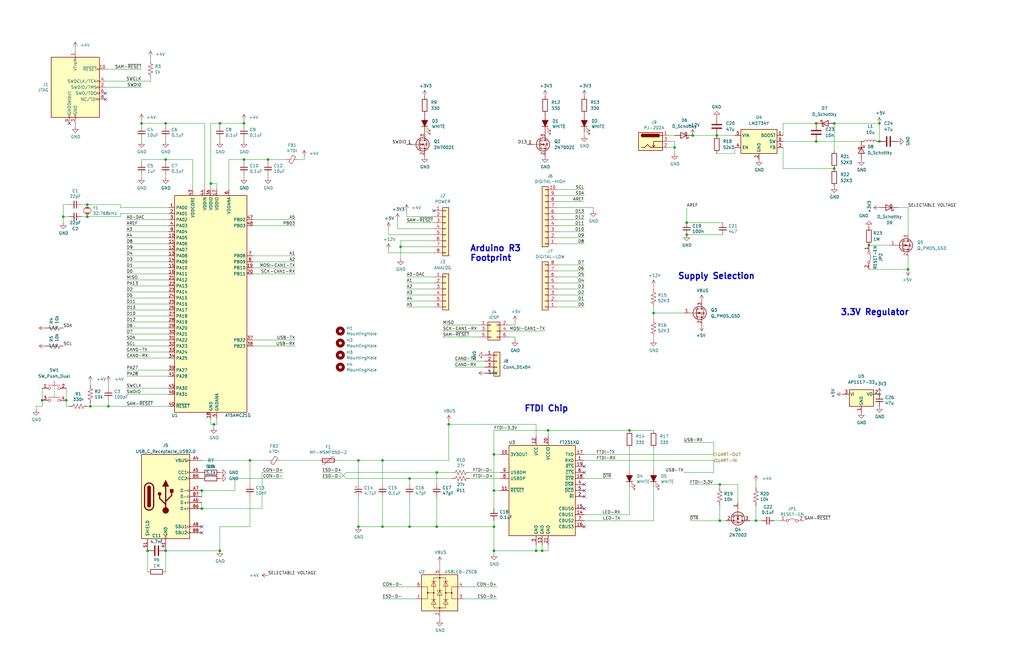
<source format=kicad_sch>
(kicad_sch (version 20211123) (generator eeschema)
  (paper "B")
  (title_block (title "Uno") (date "2021-05-01") (rev "v1.0.0") (company "FortyTwo Systems") (comment 1 "www.fortytwosystems.com"))
  (junction (at 184.15 222.25) (diameter 0.9144))
  (junction (at 366.395 103.505))
  (junction (at 92.71 52.07) (diameter 0.9144))
  (junction (at 69.85 67.31) (diameter 0.9144))
  (junction (at 370.84 52.07))
  (junction (at 292.1 57.15))
  (junction (at 184.15 199.39) (diameter 0.9144))
  (junction (at 344.17 52.07))
  (junction (at 228.6 232.41) (diameter 0.9144))
  (junction (at 265.43 181.61))
  (junction (at 208.28 222.25) (diameter 0.9144))
  (junction (at 351.79 52.07))
  (junction (at 151.13 222.25))
  (junction (at 27.94 168.91))
  (junction (at 208.28 191.77) (diameter 0.9144))
  (junction (at 231.14 181.61) (diameter 0.9144))
  (junction (at 284.48 62.23) (diameter 0.9144))
  (junction (at 168.91 104.14) (diameter 0.9144))
  (junction (at 161.29 194.31) (diameter 0.9144))
  (junction (at 85.09 214.63))
  (junction (at 351.79 71.12))
  (junction (at 69.85 232.41))
  (junction (at 102.87 52.07) (diameter 0.9144))
  (junction (at 113.03 67.31) (diameter 0.9144))
  (junction (at 344.17 59.69))
  (junction (at 289.56 99.06))
  (junction (at 318.77 219.71) (diameter 0.9144))
  (junction (at 92.71 232.41))
  (junction (at 26.67 91.44) (diameter 0.9144))
  (junction (at 38.1 171.45) (diameter 0.9144))
  (junction (at 85.09 207.01))
  (junction (at 302.26 57.15))
  (junction (at 208.28 207.01) (diameter 0.9144))
  (junction (at 370.84 166.37))
  (junction (at 161.29 222.25) (diameter 0.9144))
  (junction (at 59.69 52.07) (diameter 0.9144))
  (junction (at 172.72 222.25) (diameter 0.9144))
  (junction (at 303.53 219.71) (diameter 0.9144))
  (junction (at 36.83 86.36) (diameter 0.9144))
  (junction (at 36.83 91.44) (diameter 0.9144))
  (junction (at 105.41 194.31) (diameter 0.9144))
  (junction (at 382.905 113.665))
  (junction (at 151.13 194.31) (diameter 0.9144))
  (junction (at 172.72 201.93) (diameter 0.9144))
  (junction (at 189.23 179.07) (diameter 0.9144))
  (junction (at 303.53 204.47) (diameter 0.9144))
  (junction (at 102.87 67.31) (diameter 0.9144))
  (junction (at 62.23 232.41))
  (junction (at 17.78 168.91))
  (junction (at 370.84 59.69))
  (junction (at 88.9 77.47) (diameter 0.9144))
  (junction (at 226.06 232.41) (diameter 0.9144))
  (junction (at 90.17 179.07) (diameter 0.9144))
  (junction (at 45.72 171.45) (diameter 0.9144))
  (junction (at 289.56 93.98))
  (junction (at 69.85 52.07) (diameter 0.9144))
  (junction (at 208.28 232.41) (diameter 0.9144))
  (junction (at 275.59 132.08) (diameter 0.9144))
  (no_connect (at 246.38 196.85))
  (no_connect (at 182.88 88.9))
  (no_connect (at 246.38 209.55))
  (no_connect (at 246.38 199.39))
  (no_connect (at 246.38 207.01))
  (no_connect (at 246.38 222.25))
  (no_connect (at 44.45 39.37))
  (no_connect (at 29.21 52.07))
  (no_connect (at 44.45 41.91))
  (no_connect (at 246.38 204.47))
  (no_connect (at 246.38 214.63))
  (no_connect (at 85.09 224.79))
  (no_connect (at 85.09 222.25))
  (wire (pts (xy 163.83 99.06) (xy 163.83 96.52)))
  (wire (pts (xy 208.28 181.61) (xy 231.14 181.61)))
  (wire (pts (xy 69.85 73.66) (xy 69.85 74.93)))
  (wire (pts (xy 90.17 180.34) (xy 90.17 179.07)))
  (wire (pts (xy 246.38 191.77) (xy 300.99 191.77)))
  (wire (pts (xy 208.28 191.77) (xy 210.82 191.77)))
  (wire (pts (xy 50.8 87.63) (xy 50.8 86.36)))
  (wire (pts (xy 71.12 90.17) (xy 50.8 90.17)))
  (wire (pts (xy 284.48 62.23) (xy 284.48 64.77)))
  (wire (pts (xy 246.38 100.33) (xy 234.95 100.33)))
  (wire (pts (xy 281.94 57.15) (xy 284.48 57.15)))
  (wire (pts (xy 172.72 201.93) (xy 190.5 201.93)))
  (wire (pts (xy 231.14 181.61) (xy 265.43 181.61)))
  (wire (pts (xy 105.41 194.31) (xy 113.03 194.31)))
  (wire (pts (xy 198.12 199.39) (xy 210.82 199.39)))
  (wire (pts (xy 63.5 25.4) (xy 63.5 24.13)))
  (wire (pts (xy 161.29 194.31) (xy 189.23 194.31)))
  (wire (pts (xy 99.06 201.93) (xy 99.06 207.01)))
  (wire (pts (xy 59.69 50.8) (xy 59.69 52.07)))
  (wire (pts (xy 275.59 121.92) (xy 275.59 120.65)))
  (wire (pts (xy 38.1 162.56) (xy 38.1 161.29)))
  (wire (pts (xy 91.44 80.01) (xy 91.44 77.47)))
  (wire (pts (xy 246.38 201.93) (xy 257.81 201.93)))
  (wire (pts (xy 161.29 222.25) (xy 172.72 222.25)))
  (wire (pts (xy 172.72 222.25) (xy 184.15 222.25)))
  (wire (pts (xy 92.71 52.07) (xy 92.71 53.34)))
  (wire (pts (xy 106.68 107.95) (xy 124.46 107.95)))
  (wire (pts (xy 53.34 115.57) (xy 71.12 115.57)))
  (wire (pts (xy 92.71 222.25) (xy 92.71 232.41)))
  (wire (pts (xy 370.84 59.69) (xy 370.84 52.07)))
  (wire (pts (xy 302.26 64.77) (xy 309.88 64.77)))
  (wire (pts (xy 182.88 106.68) (xy 163.83 106.68)))
  (wire (pts (xy 113.03 67.31) (xy 120.65 67.31)))
  (wire (pts (xy 53.34 118.11) (xy 71.12 118.11)))
  (wire (pts (xy 351.79 52.07) (xy 370.84 52.07)))
  (wire (pts (xy 246.38 219.71) (xy 275.59 219.71)))
  (wire (pts (xy 330.2 71.12) (xy 351.79 71.12)))
  (wire (pts (xy 289.56 87.63) (xy 289.56 93.98)))
  (wire (pts (xy 143.51 201.93) (xy 146.05 199.39)))
  (wire (pts (xy 59.69 58.42) (xy 59.69 59.69)))
  (wire (pts (xy 71.12 128.27) (xy 53.34 128.27)))
  (wire (pts (xy 309.88 64.77) (xy 309.88 62.23)))
  (wire (pts (xy 17.78 171.45) (xy 15.24 171.45)))
  (wire (pts (xy 281.94 59.69) (xy 284.48 59.69)))
  (wire (pts (xy 91.44 77.47) (xy 88.9 77.47)))
  (wire (pts (xy 71.12 92.71) (xy 53.34 92.71)))
  (wire (pts (xy 214.63 137.16) (xy 217.17 137.16)))
  (wire (pts (xy 208.28 232.41) (xy 226.06 232.41)))
  (wire (pts (xy 182.88 116.84) (xy 171.45 116.84)))
  (wire (pts (xy 69.85 67.31) (xy 81.28 67.31)))
  (wire (pts (xy 311.15 212.09) (xy 311.15 204.47)))
  (wire (pts (xy 246.38 92.71) (xy 234.95 92.71)))
  (wire (pts (xy 186.69 139.7) (xy 201.93 139.7)))
  (wire (pts (xy 102.87 73.66) (xy 102.87 74.93)))
  (wire (pts (xy 246.38 121.92) (xy 234.95 121.92)))
  (wire (pts (xy 246.38 127) (xy 234.95 127)))
  (wire (pts (xy 36.83 171.45) (xy 38.1 171.45)))
  (wire (pts (xy 53.34 138.43) (xy 71.12 138.43)))
  (wire (pts (xy 44.45 29.21) (xy 59.69 29.21)))
  (wire (pts (xy 36.83 91.44) (xy 34.29 91.44)))
  (wire (pts (xy 208.28 232.41) (xy 208.28 222.25)))
  (wire (pts (xy 265.43 205.74) (xy 265.43 217.17)))
  (wire (pts (xy 246.38 119.38) (xy 234.95 119.38)))
  (wire (pts (xy 59.69 73.66) (xy 59.69 74.93)))
  (wire (pts (xy 53.34 143.51) (xy 71.12 143.51)))
  (wire (pts (xy 118.11 194.31) (xy 134.62 194.31)))
  (wire (pts (xy 53.34 125.73) (xy 71.12 125.73)))
  (wire (pts (xy 163.83 106.68) (xy 163.83 105.41)))
  (wire (pts (xy 62.23 232.41) (xy 62.23 241.3)))
  (wire (pts (xy 184.15 222.25) (xy 208.28 222.25)))
  (wire (pts (xy 38.1 170.18) (xy 38.1 171.45)))
  (wire (pts (xy 168.91 104.14) (xy 168.91 109.22)))
  (wire (pts (xy 45.72 163.83) (xy 45.72 161.29)))
  (wire (pts (xy 44.45 36.83) (xy 59.69 36.83)))
  (wire (pts (xy 246.38 97.79) (xy 234.95 97.79)))
  (wire (pts (xy 71.12 130.81) (xy 53.34 130.81)))
  (wire (pts (xy 208.28 233.68) (xy 208.28 232.41)))
  (wire (pts (xy 71.12 166.37) (xy 53.34 166.37)))
  (wire (pts (xy 198.12 201.93) (xy 210.82 201.93)))
  (wire (pts (xy 246.38 82.55) (xy 234.95 82.55)))
  (wire (pts (xy 59.69 68.58) (xy 59.69 67.31)))
  (wire (pts (xy 330.2 62.23) (xy 330.2 71.12)))
  (wire (pts (xy 208.28 219.71) (xy 208.28 222.25)))
  (wire (pts (xy 69.85 58.42) (xy 69.85 59.69)))
  (wire (pts (xy 228.6 232.41) (xy 228.6 229.87)))
  (wire (pts (xy 53.34 107.95) (xy 71.12 107.95)))
  (wire (pts (xy 31.75 52.07) (xy 31.75 53.34)))
  (wire (pts (xy 106.68 115.57) (xy 124.46 115.57)))
  (wire (pts (xy 27.94 168.91) (xy 27.94 171.45)))
  (wire (pts (xy 171.45 88.9) (xy 171.45 91.44)))
  (wire (pts (xy 124.46 110.49) (xy 106.68 110.49)))
  (wire (pts (xy 92.71 232.41) (xy 69.85 232.41)))
  (wire (pts (xy 204.47 154.94) (xy 191.77 154.94)))
  (wire (pts (xy 85.09 194.31) (xy 105.41 194.31)))
  (wire (pts (xy 91.44 176.53) (xy 91.44 179.07)))
  (wire (pts (xy 27.94 171.45) (xy 29.21 171.45)))
  (wire (pts (xy 186.69 142.24) (xy 201.93 142.24)))
  (wire (pts (xy 146.05 201.93) (xy 172.72 201.93)))
  (wire (pts (xy 214.63 142.24) (xy 217.17 142.24)))
  (wire (pts (xy 110.49 199.39) (xy 119.38 199.39)))
  (wire (pts (xy 311.15 204.47) (xy 303.53 204.47)))
  (wire (pts (xy 246.38 194.31) (xy 300.99 194.31)))
  (wire (pts (xy 88.9 52.07) (xy 88.9 77.47)))
  (wire (pts (xy 53.34 156.21) (xy 71.12 156.21)))
  (wire (pts (xy 53.34 105.41) (xy 71.12 105.41)))
  (wire (pts (xy 119.38 201.93) (xy 99.06 201.93)))
  (wire (pts (xy 71.12 146.05) (xy 53.34 146.05)))
  (wire (pts (xy 182.88 93.98) (xy 171.45 93.98)))
  (wire (pts (xy 182.88 119.38) (xy 171.45 119.38)))
  (wire (pts (xy 182.88 121.92) (xy 171.45 121.92)))
  (wire (pts (xy 161.29 209.55) (xy 161.29 222.25)))
  (wire (pts (xy 231.14 232.41) (xy 231.14 229.87)))
  (wire (pts (xy 182.88 129.54) (xy 171.45 129.54)))
  (wire (pts (xy 53.34 100.33) (xy 71.12 100.33)))
  (wire (pts (xy 214.63 139.7) (xy 229.87 139.7)))
  (wire (pts (xy 31.75 21.59) (xy 31.75 20.32)))
  (wire (pts (xy 300.99 191.77) (xy 300.99 186.69)))
  (wire (pts (xy 246.38 80.01) (xy 234.95 80.01)))
  (wire (pts (xy 53.34 135.89) (xy 71.12 135.89)))
  (wire (pts (xy 234.95 85.09) (xy 246.38 85.09)))
  (wire (pts (xy 99.06 207.01) (xy 85.09 207.01)))
  (wire (pts (xy 53.34 102.87) (xy 71.12 102.87)))
  (wire (pts (xy 151.13 204.47) (xy 151.13 194.31)))
  (wire (pts (xy 53.34 151.13) (xy 71.12 151.13)))
  (wire (pts (xy 185.42 240.03) (xy 185.42 237.49)))
  (wire (pts (xy 50.8 90.17) (xy 50.8 91.44)))
  (wire (pts (xy 102.87 52.07) (xy 102.87 53.34)))
  (wire (pts (xy 53.34 140.97) (xy 71.12 140.97)))
  (wire (pts (xy 226.06 179.07) (xy 226.06 184.15)))
  (wire (pts (xy 63.5 34.29) (xy 63.5 33.02)))
  (wire (pts (xy 88.9 179.07) (xy 90.17 179.07)))
  (wire (pts (xy 366.395 103.505) (xy 375.285 103.505)))
  (wire (pts (xy 143.51 199.39) (xy 146.05 201.93)))
  (wire (pts (xy 246.38 57.15) (xy 246.38 55.88)))
  (wire (pts (xy 195.58 247.65) (xy 209.55 247.65)))
  (wire (pts (xy 161.29 252.73) (xy 175.26 252.73)))
  (wire (pts (xy 226.06 232.41) (xy 226.06 229.87)))
  (wire (pts (xy 208.28 207.01) (xy 208.28 191.77)))
  (wire (pts (xy 88.9 52.07) (xy 92.71 52.07)))
  (wire (pts (xy 53.34 158.75) (xy 71.12 158.75)))
  (wire (pts (xy 171.45 91.44) (xy 182.88 91.44)))
  (wire (pts (xy 69.85 52.07) (xy 86.36 52.07)))
  (wire (pts (xy 318.77 205.74) (xy 318.77 203.2)))
  (wire (pts (xy 189.23 177.8) (xy 189.23 179.07)))
  (wire (pts (xy 246.38 90.17) (xy 234.95 90.17)))
  (wire (pts (xy 275.59 132.08) (xy 275.59 129.54)))
  (wire (pts (xy 208.28 214.63) (xy 208.28 207.01)))
  (wire (pts (xy 85.09 214.63) (xy 110.49 214.63)))
  (wire (pts (xy 92.71 222.25) (xy 105.41 222.25)))
  (wire (pts (xy 330.2 59.69) (xy 344.17 59.69)))
  (wire (pts (xy 143.51 201.93) (xy 135.89 201.93)))
  (wire (pts (xy 45.72 168.91) (xy 45.72 171.45)))
  (wire (pts (xy 59.69 53.34) (xy 59.69 52.07)))
  (wire (pts (xy 167.64 92.71) (xy 167.64 96.52)))
  (wire (pts (xy 326.39 219.71) (xy 328.93 219.71)))
  (wire (pts (xy 330.2 52.07) (xy 330.2 57.15)))
  (wire (pts (xy 86.36 80.01) (xy 86.36 52.07)))
  (wire (pts (xy 110.49 214.63) (xy 110.49 199.39)))
  (wire (pts (xy 189.23 179.07) (xy 189.23 194.31)))
  (wire (pts (xy 85.09 207.01) (xy 85.09 209.55)))
  (wire (pts (xy 185.42 260.35) (xy 185.42 261.62)))
  (wire (pts (xy 38.1 171.45) (xy 45.72 171.45)))
  (wire (pts (xy 69.85 68.58) (xy 69.85 67.31)))
  (wire (pts (xy 288.29 132.08) (xy 275.59 132.08)))
  (wire (pts (xy 92.71 52.07) (xy 102.87 52.07)))
  (wire (pts (xy 300.99 199.39) (xy 288.29 199.39)))
  (wire (pts (xy 161.29 204.47) (xy 161.29 194.31)))
  (wire (pts (xy 382.905 113.665) (xy 366.395 113.665)))
  (wire (pts (xy 318.77 219.71) (xy 321.31 219.71)))
  (wire (pts (xy 59.69 52.07) (xy 69.85 52.07)))
  (wire (pts (xy 26.67 91.44) (xy 26.67 93.98)))
  (wire (pts (xy 234.95 87.63) (xy 250.19 87.63)))
  (wire (pts (xy 265.43 181.61) (xy 275.59 181.61)))
  (wire (pts (xy 53.34 97.79) (xy 71.12 97.79)))
  (wire (pts (xy 167.64 96.52) (xy 182.88 96.52)))
  (wire (pts (xy 382.905 98.425) (xy 382.905 87.63)))
  (wire (pts (xy 102.87 52.07) (xy 102.87 50.8)))
  (wire (pts (xy 96.52 80.01) (xy 96.52 67.31)))
  (wire (pts (xy 36.83 86.36) (xy 34.29 86.36)))
  (wire (pts (xy 217.17 142.24) (xy 217.17 143.51)))
  (wire (pts (xy 231.14 181.61) (xy 231.14 184.15)))
  (wire (pts (xy 303.53 205.74) (xy 303.53 204.47)))
  (wire (pts (xy 151.13 222.25) (xy 161.29 222.25)))
  (wire (pts (xy 53.34 133.35) (xy 71.12 133.35)))
  (wire (pts (xy 246.38 111.76) (xy 234.95 111.76)))
  (wire (pts (xy 45.72 171.45) (xy 71.12 171.45)))
  (wire (pts (xy 146.05 199.39) (xy 184.15 199.39)))
  (wire (pts (xy 275.59 189.23) (xy 275.59 198.12)))
  (wire (pts (xy 36.83 86.36) (xy 50.8 86.36)))
  (wire (pts (xy 161.29 247.65) (xy 175.26 247.65)))
  (wire (pts (xy 168.91 101.6) (xy 168.91 104.14)))
  (wire (pts (xy 289.56 93.98) (xy 304.8 93.98)))
  (wire (pts (xy 105.41 209.55) (xy 105.41 222.25)))
  (wire (pts (xy 184.15 204.47) (xy 184.15 199.39)))
  (wire (pts (xy 182.88 127) (xy 171.45 127)))
  (wire (pts (xy 250.19 87.63) (xy 250.19 88.9)))
  (wire (pts (xy 186.69 137.16) (xy 201.93 137.16)))
  (wire (pts (xy 204.47 152.4) (xy 191.77 152.4)))
  (wire (pts (xy 102.87 67.31) (xy 113.03 67.31)))
  (wire (pts (xy 26.67 91.44) (xy 29.21 91.44)))
  (wire (pts (xy 88.9 77.47) (xy 88.9 80.01)))
  (wire (pts (xy 246.38 129.54) (xy 234.95 129.54)))
  (wire (pts (xy 92.71 58.42) (xy 92.71 59.69)))
  (wire (pts (xy 172.72 209.55) (xy 172.72 222.25)))
  (wire (pts (xy 246.38 124.46) (xy 234.95 124.46)))
  (wire (pts (xy 142.24 194.31) (xy 151.13 194.31)))
  (wire (pts (xy 226.06 232.41) (xy 228.6 232.41)))
  (wire (pts (xy 246.38 102.87) (xy 234.95 102.87)))
  (wire (pts (xy 96.52 67.31) (xy 102.87 67.31)))
  (wire (pts (xy 184.15 209.55) (xy 184.15 222.25)))
  (wire (pts (xy 29.21 86.36) (xy 26.67 86.36)))
  (wire (pts (xy 382.905 113.665) (xy 382.905 108.585)))
  (wire (pts (xy 208.28 181.61) (xy 208.28 191.77)))
  (wire (pts (xy 172.72 204.47) (xy 172.72 201.93)))
  (wire (pts (xy 124.46 113.03) (xy 106.68 113.03)))
  (wire (pts (xy 284.48 59.69) (xy 284.48 62.23)))
  (wire (pts (xy 316.23 219.71) (xy 318.77 219.71)))
  (wire (pts (xy 288.29 186.69) (xy 300.99 186.69)))
  (wire (pts (xy 26.67 86.36) (xy 26.67 91.44)))
  (wire (pts (xy 27.94 163.83) (xy 27.94 168.91)))
  (wire (pts (xy 90.17 179.07) (xy 91.44 179.07)))
  (wire (pts (xy 182.88 124.46) (xy 171.45 124.46)))
  (wire (pts (xy 105.41 194.31) (xy 105.41 204.47)))
  (wire (pts (xy 71.12 95.25) (xy 53.34 95.25)))
  (wire (pts (xy 102.87 68.58) (xy 102.87 67.31)))
  (wire (pts (xy 246.38 95.25) (xy 234.95 95.25)))
  (wire (pts (xy 217.17 137.16) (xy 217.17 135.89)))
  (wire (pts (xy 265.43 189.23) (xy 265.43 198.12)))
  (wire (pts (xy 281.94 62.23) (xy 284.48 62.23)))
  (wire (pts (xy 17.78 163.83) (xy 17.78 168.91)))
  (wire (pts (xy 124.46 92.71) (xy 106.68 92.71)))
  (wire (pts (xy 351.79 52.07) (xy 351.79 63.5)))
  (wire (pts (xy 15.24 171.45) (xy 15.24 172.72)))
  (wire (pts (xy 163.83 99.06) (xy 182.88 99.06)))
  (wire (pts (xy 113.03 74.93) (xy 113.03 73.66)))
  (wire (pts (xy 71.12 163.83) (xy 53.34 163.83)))
  (wire (pts (xy 195.58 252.73) (xy 209.55 252.73)))
  (wire (pts (xy 125.73 67.31) (xy 128.27 67.31)))
  (wire (pts (xy 231.14 232.41) (xy 228.6 232.41)))
  (wire (pts (xy 143.51 199.39) (xy 135.89 199.39)))
  (wire (pts (xy 44.45 34.29) (xy 63.5 34.29)))
  (wire (pts (xy 124.46 95.25) (xy 106.68 95.25)))
  (wire (pts (xy 189.23 179.07) (xy 226.06 179.07)))
  (wire (pts (xy 151.13 209.55) (xy 151.13 222.25)))
  (wire (pts (xy 344.17 59.69) (xy 363.22 59.69)))
  (wire (pts (xy 85.09 212.09) (xy 85.09 214.63)))
  (wire (pts (xy 182.88 101.6) (xy 168.91 101.6)))
  (wire (pts (xy 128.27 67.31) (xy 128.27 66.04)))
  (wire (pts (xy 81.28 80.01) (xy 81.28 67.31)))
  (wire (pts (xy 275.59 132.08) (xy 275.59 134.62)))
  (wire (pts (xy 300.99 194.31) (xy 300.99 199.39)))
  (wire (pts (xy 292.1 57.15) (xy 302.26 57.15)))
  (wire (pts (xy 303.53 213.36) (xy 303.53 219.71)))
  (wire (pts (xy 303.53 219.71) (xy 306.07 219.71)))
  (wire (pts (xy 71.12 87.63) (xy 50.8 87.63)))
  (wire (pts (xy 303.53 204.47) (xy 290.83 204.47)))
  (wire (pts (xy 71.12 148.59) (xy 53.34 148.59)))
  (wire (pts (xy 382.905 87.63) (xy 378.587 87.63)))
  (wire (pts (xy 106.68 146.05) (xy 124.46 146.05)))
  (wire (pts (xy 53.34 123.19) (xy 71.12 123.19)))
  (wire (pts (xy 88.9 176.53) (xy 88.9 179.07)))
  (wire (pts (xy 246.38 114.3) (xy 234.95 114.3)))
  (wire (pts (xy 71.12 110.49) (xy 53.34 110.49)))
  (wire (pts (xy 36.83 91.44) (xy 50.8 91.44)))
  (wire (pts (xy 318.77 219.71) (xy 318.77 213.36)))
  (wire (pts (xy 59.69 67.31) (xy 69.85 67.31)))
  (wire (pts (xy 69.85 53.34) (xy 69.85 52.07)))
  (wire (pts (xy 290.83 219.71) (xy 303.53 219.71)))
  (wire (pts (xy 182.88 104.14) (xy 168.91 104.14)))
  (wire (pts (xy 113.03 68.58) (xy 113.03 67.31)))
  (wire (pts (xy 69.85 232.41) (xy 69.85 241.3)))
  (wire (pts (xy 289.56 99.06) (xy 304.8 99.06)))
  (wire (pts (xy 17.78 168.91) (xy 17.78 171.45)))
  (wire (pts (xy 344.17 52.07) (xy 330.2 52.07)))
  (wire (pts (xy 302.26 57.15) (xy 309.88 57.15)))
  (wire (pts (xy 210.82 207.01) (xy 208.28 207.01)))
  (wire (pts (xy 246.38 217.17) (xy 265.43 217.17)))
  (wire (pts (xy 106.68 143.51) (xy 124.46 143.51)))
  (wire (pts (xy 71.12 113.03) (xy 53.34 113.03)))
  (wire (pts (xy 102.87 58.42) (xy 102.87 59.69)))
  (wire (pts (xy 246.38 116.84) (xy 234.95 116.84)))
  (wire (pts (xy 275.59 142.24) (xy 275.59 143.51)))
  (wire (pts (xy 151.13 194.31) (xy 161.29 194.31)))
  (wire (pts (xy 275.59 205.74) (xy 275.59 219.71)))
  (wire (pts (xy 71.12 120.65) (xy 53.34 120.65)))
  (wire (pts (xy 184.15 199.39) (xy 190.5 199.39)))
  (text "FTDI Chip" (at 220.98 173.99 0) (effects (font (size 2.54 2.54) (thickness 0.508) bold) (justify left bottom)))
  (text "Arduino R3 \nFootprint" (at 198.12 110.49 0) (effects (font (size 2.54 2.54) (thickness 0.508) bold) (justify left bottom)))
  (text "Supply Selection" (at 285.75 118.11 0) (effects (font (size 2.54 2.54) (thickness 0.508) bold) (justify left bottom)))
  (text "3.3V Regulator" (at 354.33 133.35 0) (effects (font (size 2.54 2.54) (thickness 0.508) bold) (justify left bottom)))
  (label "FTDI-D-" (at 199.39 199.39 0))
  (label "D0" (at 53.34 115.57 0))
  (label "FTDI-D+" (at 199.39 201.93 0))
  (label "A1" (at 171.45 119.38 0))
  (label "SELECTABLE VOLTAGE" (at 113.03 242.824 0))
  (label "D6" (at 246.38 114.3 180))
  (label "CAN0-RX" (at 53.34 151.13 0))
  (label "MISO" (at 53.34 118.11 0))
  (label "SDA" (at 246.38 82.55 180))
  (label "A0-DAC" (at 53.34 92.71 0))
  (label "FTDI-TX" (at 251.46 191.77 0))
  (label "D5" (at 53.34 125.73 0))
  (label "A0-DAC" (at 171.45 116.84 0))
  (label "FTDI-3.3V" (at 208.28 181.61 0))
  (label "D6" (at 53.34 138.43 0))
  (label "D4" (at 246.38 119.38 180))
  (label "USB-RX" (at 288.29 186.69 0))
  (label "A4" (at 171.45 127 0))
  (label "D10" (at 53.34 133.35 0))
  (label "MOSI-CAN1-TX" (at 229.87 139.7 180))
  (label "SAM-~{RESET}" (at 186.69 142.24 0))
  (label "D9" (at 53.34 105.41 0))
  (label "MISO" (at 186.69 137.16 0))
  (label "SAM-~{RESET}" (at 171.45 93.98 0))
  (label "SDA" (at 26.67 138.43 0))
  (label "CON-D-" (at 161.29 247.65 0))
  (label "USB-TX" (at 124.46 143.51 180))
  (label "AREF" (at 246.38 85.09 180))
  (label "D7" (at 53.34 140.97 0))
  (label "D1" (at 246.38 127 180))
  (label "PA27" (at 53.34 156.21 0))
  (label "~{DTR}" (at 257.81 201.93 180))
  (label "SWCLK" (at 53.34 163.83 0))
  (label "SCL" (at 53.34 146.05 0))
  (label "A3" (at 171.45 124.46 0))
  (label "D13" (at 222.25 60.96 180))
  (label "ESD-D+" (at 135.89 199.39 0))
  (label "AREF" (at 53.34 95.25 0))
  (label "D1" (at 53.34 113.03 0))
  (label "D7" (at 246.38 111.76 180))
  (label "PA13" (at 53.34 120.65 0))
  (label "A2" (at 171.45 121.92 0))
  (label "LED-RX" (at 261.62 217.17 180))
  (label "D3" (at 53.34 110.49 0))
  (label "USB-TX" (at 288.29 199.39 180))
  (label "D5" (at 246.38 116.84 180))
  (label "SCK-CAN1-RX" (at 186.69 139.7 0))
  (label "SAM-~{RESET}" (at 53.34 171.45 0))
  (label "AREF" (at 289.56 87.63 0))
  (label "D8" (at 53.34 102.87 0))
  (label "SWCLK" (at 59.69 34.29 180))
  (label "SWDIO" (at 53.34 166.37 0))
  (label "D2" (at 246.38 124.46 180))
  (label "CON-D+" (at 119.38 199.39 180))
  (label "ESD-D+" (at 209.55 252.73 180))
  (label "USB-RX" (at 124.46 146.05 180))
  (label "D2" (at 53.34 123.19 0))
  (label "LED-TX" (at 261.62 219.71 180))
  (label "D8" (at 246.38 102.87 180))
  (label "D11" (at 246.38 95.25 180))
  (label "A5" (at 124.46 92.71 180))
  (label "~{DTR}" (at 290.83 219.71 0))
  (label "ESD-D-" (at 161.29 252.73 0))
  (label "PB03" (at 124.46 95.25 180))
  (label "SDA" (at 53.34 143.51 0))
  (label "SAM-~{RESET}" (at 339.09 219.71 0))
  (label "A3" (at 53.34 97.79 0))
  (label "SCL" (at 26.67 146.05 0))
  (label "A4" (at 53.34 100.33 0))
  (label "A2" (at 124.46 110.49 180))
  (label "D10" (at 246.38 97.79 180))
  (label "D13" (at 246.38 90.17 180))
  (label "FTDI-3.3V" (at 290.83 204.47 0))
  (label "D9" (at 246.38 100.33 180))
  (label "PA28" (at 53.34 158.75 0))
  (label "CON-D-" (at 119.38 201.93 180))
  (label "A5" (at 171.45 129.54 0))
  (label "SELECTABLE VOLTAGE" (at 382.905 87.63 0))
  (label "SCL" (at 246.38 80.01 180))
  (label "SWDIO" (at 171.45 60.96 180))
  (label "MOSI-CAN1-TX" (at 124.46 113.03 180))
  (label "CAN0-TX" (at 53.34 148.59 0))
  (label "A1" (at 124.46 107.95 180))
  (label "ESD-D-" (at 135.89 201.93 0))
  (label "D3" (at 246.38 121.92 180))
  (label "SAM-~{RESET}" (at 59.69 29.21 180))
  (label "D11" (at 53.34 128.27 0))
  (label "D13" (at 53.34 130.81 0))
  (label "FTDI-RX" (at 251.46 194.31 0))
  (label "SCK-CAN1-RX" (at 124.46 115.57 180))
  (label "CON-D+" (at 209.55 247.65 180))
  (label "D12" (at 246.38 92.71 180))
  (label "CAN0-RX" (at 191.77 154.94 0))
  (label "D12" (at 53.34 135.89 0))
  (label "SWDIO" (at 59.69 36.83 180))
  (label "D0" (at 246.38 129.54 180))
  (label "D4" (at 53.34 107.95 0))
  (label "CAN0-TX" (at 191.77 152.4 0))
  (hierarchical_label "UART-IN" (shape input) (at 300.99 194.31 0))
  (hierarchical_label "UART-OUT" (shape output) (at 300.99 191.77 0))
  (symbol (lib_id "Connector_Generic:Conn_01x08") (at 229.87 121.92 180) (unit 1)
    (property "Reference" "J7" (at 231.9528 106.045 0))
    (property "Value" "DIGITAL-LOW" (at 231.9528 108.3564 0))
    (property "Footprint" "Connector_PinSocket_2.54mm:PinSocket_1x08_P2.54mm_Vertical" (effects hide))
  )
  (symbol (lib_id "Connector_Generic:Conn_01x10") (at 229.87 92.71 180) (unit 1)
    (property "Reference" "J6" (at 231.9528 74.295 0))
    (property "Value" "DIGITAL-HIGH" (at 231.9528 76.6064 0))
    (property "Footprint" "Connector_PinSocket_2.54mm:PinSocket_1x10_P2.54mm_Vertical" (effects hide))
  )
  (symbol (lib_id "Connector_Generic:Conn_01x06") (at 187.96 121.92 0) (unit 1)
    (property "Reference" "J3" (at 186.69 110.49 0))
    (property "Value" "ANALOG" (at 186.69 113.03 0))
    (property "Footprint" "Connector_PinSocket_2.54mm:PinSocket_1x06_P2.54mm_Vertical" (effects hide))
  )
  (symbol (lib_id "Connector_Generic:Conn_01x08") (at 187.96 96.52 0) (unit 1)
    (property "Reference" "J2" (at 186.69 82.55 0))
    (property "Value" "POWER" (at 186.69 85.09 0))
    (property "Footprint" "Connector_PinSocket_2.54mm:PinSocket_1x08_P2.54mm_Vertical" (effects hide))
  )
  (symbol (lib_id "Connector_Generic:Conn_02x03_Odd_Even") (at 207.01 139.7 0) (unit 1)
    (property "Reference" "J4" (at 208.28 131.6482 0))
    (property "Value" "ICSP" (at 208.28 133.9596 0))
    (property "Footprint" "Connector_PinHeader_2.54mm:PinHeader_2x03_P2.54mm_Vertical" (effects hide))
  )
  (symbol (lib_id "power:GND") (at 90.17 180.34 0) (unit 1)
    (property "Reference" "#PWR013" (effects hide))
    (property "Value" "GND" (at 90.297 184.7342 0))
  )
  (symbol (lib_id "power:+5V") (at 217.17 135.89 0) (unit 1)
    (property "Reference" "#PWR026" (effects hide))
    (property "Value" "+5V" (at 217.551 131.4958 0))
  )
  (symbol (lib_id "power:GND") (at 217.17 143.51 0) (unit 1)
    (property "Reference" "#PWR027" (effects hide))
    (property "Value" "GND" (at 217.297 147.9042 0))
  )
  (symbol (lib_id "power:+5V") (at 163.83 96.52 0) (unit 1)
    (property "Reference" "#PWR021" (effects hide))
    (property "Value" "+5V" (at 164.211 92.1258 0))
  )
  (symbol (lib_id "power:+3.3V") (at 167.64 92.71 0) (unit 1)
    (property "Reference" "#PWR023" (effects hide))
    (property "Value" "+3.3V" (at 168.021 88.3158 0))
  )
  (symbol (lib_id "power:GND") (at 250.19 88.9 0) (unit 1)
    (property "Reference" "#PWR031" (effects hide))
    (property "Value" "GND" (at 250.317 93.2942 0))
  )
  (symbol (lib_id "Device:Crystal_Small") (at 36.83 88.9 270) (unit 1)
    (property "Reference" "Y1" (at 39.0652 87.7316 90) (effects (justify left)))
    (property "Value" "32.768kHz" (at 39.0652 90.043 90) (effects (justify left)))
    (property "Footprint" "Crystal:Crystal_SMD_MicroCrystal_CC7V-T1A-2Pin_3.2x1.5mm" (effects hide))
  )
  (symbol (lib_id "Device:C_Small") (at 31.75 86.36 270) (unit 1)
    (property "Reference" "C1" (at 31.75 80.5434 90))
    (property "Value" "22pF" (at 31.75 82.8548 90))
    (property "Footprint" "Capacitor_SMD:C_0603_1608Metric" (effects hide))
  )
  (symbol (lib_id "Device:C_Small") (at 31.75 91.44 270) (unit 1)
    (property "Reference" "C2" (at 31.75 96.52 90))
    (property "Value" "22pF" (at 31.75 93.98 90))
    (property "Footprint" "Capacitor_SMD:C_0603_1608Metric" (effects hide))
  )
  (symbol (lib_id "power:GND") (at 26.67 93.98 0) (unit 1)
    (property "Reference" "#PWR02" (effects hide))
    (property "Value" "GND" (at 26.797 98.3742 0))
  )
  (symbol (lib_id "Device:C_Small") (at 69.85 71.12 0) (unit 1)
    (property "Reference" "C7" (at 72.1868 69.9516 0) (effects (justify left)))
    (property "Value" "0.1uF" (at 72.1868 72.263 0) (effects (justify left)))
    (property "Footprint" "Capacitor_SMD:C_0603_1608Metric" (effects hide))
  )
  (symbol (lib_id "Device:C_Small") (at 59.69 71.12 0) (unit 1)
    (property "Reference" "C5" (at 62.0268 69.9516 0) (effects (justify left)))
    (property "Value" "1uF" (at 62.0268 72.263 0) (effects (justify left)))
    (property "Footprint" "Capacitor_SMD:C_0805_2012Metric" (effects hide))
  )
  (symbol (lib_id "power:GND") (at 69.85 74.93 0) (unit 1)
    (property "Reference" "#PWR012" (effects hide))
    (property "Value" "GND" (at 69.977 79.3242 0))
  )
  (symbol (lib_id "power:GND") (at 59.69 74.93 0) (unit 1)
    (property "Reference" "#PWR09" (effects hide))
    (property "Value" "GND" (at 59.817 79.3242 0))
  )
  (symbol (lib_id "Device:C_Small") (at 69.85 55.88 0) (unit 1)
    (property "Reference" "C6" (at 72.1868 54.7116 0) (effects (justify left)))
    (property "Value" "0.1uF" (at 72.1868 57.023 0) (effects (justify left)))
    (property "Footprint" "Capacitor_SMD:C_0603_1608Metric" (effects hide))
  )
  (symbol (lib_id "Device:C_Small") (at 59.69 55.88 0) (unit 1)
    (property "Reference" "C4" (at 62.0268 54.7116 0) (effects (justify left)))
    (property "Value" "10uF" (at 62.0268 57.023 0) (effects (justify left)))
    (property "Footprint" "Capacitor_SMD:C_0805_2012Metric" (effects hide))
  )
  (symbol (lib_id "power:GND") (at 69.85 59.69 0) (unit 1)
    (property "Reference" "#PWR011" (effects hide))
    (property "Value" "GND" (at 69.977 64.0842 0))
  )
  (symbol (lib_id "power:GND") (at 59.69 59.69 0) (unit 1)
    (property "Reference" "#PWR08" (effects hide))
    (property "Value" "GND" (at 59.817 64.0842 0))
  )
  (symbol (lib_id "Device:C_Small") (at 92.71 55.88 0) (unit 1)
    (property "Reference" "C8" (at 95.0468 54.7116 0) (effects (justify left)))
    (property "Value" "0.1uF" (at 95.0468 57.023 0) (effects (justify left)))
    (property "Footprint" "Capacitor_SMD:C_0603_1608Metric" (effects hide))
  )
  (symbol (lib_id "Device:C_Small") (at 102.87 55.88 0) (unit 1)
    (property "Reference" "C9" (at 105.2068 54.7116 0) (effects (justify left)))
    (property "Value" "0.1uF" (at 105.2068 57.023 0) (effects (justify left)))
    (property "Footprint" "Capacitor_SMD:C_0603_1608Metric" (effects hide))
  )
  (symbol (lib_id "power:GND") (at 92.71 59.69 0) (unit 1)
    (property "Reference" "#PWR014" (effects hide))
    (property "Value" "GND" (at 92.837 64.0842 0))
  )
  (symbol (lib_id "power:GND") (at 102.87 59.69 0) (unit 1)
    (property "Reference" "#PWR015" (effects hide))
    (property "Value" "GND" (at 102.997 64.0842 0))
  )
  (symbol (lib_id "Device:C_Small") (at 102.87 71.12 0) (unit 1)
    (property "Reference" "C10" (at 105.2068 69.9516 0) (effects (justify left)))
    (property "Value" "0.1uF" (at 105.2068 72.263 0) (effects (justify left)))
    (property "Footprint" "Capacitor_SMD:C_0603_1608Metric" (effects hide))
  )
  (symbol (lib_id "power:GND") (at 102.87 74.93 0) (unit 1)
    (property "Reference" "#PWR016" (effects hide))
    (property "Value" "GND" (at 102.997 79.3242 0))
  )
  (symbol (lib_id "Device:C_Small") (at 113.03 71.12 0) (unit 1)
    (property "Reference" "C12" (at 115.3668 69.9516 0) (effects (justify left)))
    (property "Value" "10uF" (at 115.3668 72.263 0) (effects (justify left)))
    (property "Footprint" "Capacitor_SMD:C_0805_2012Metric" (effects hide))
  )
  (symbol (lib_id "power:GND") (at 113.03 74.93 0) (unit 1)
    (property "Reference" "#PWR019" (effects hide))
    (property "Value" "GND" (at 113.157 79.3242 0))
  )
  (symbol (lib_id "Uno-rescue:Ferrite_Bead_Small-Device") (at 123.19 67.31 270) (unit 1)
    (property "Reference" "FB1" (at 123.19 61.2902 90))
    (property "Value" "470r" (at 123.19 63.6016 90))
    (property "Footprint" "Resistor_SMD:R_0603_1608Metric" (effects hide))
  )
  (symbol (lib_id "Uno-rescue:LED_ALT-Device") (at 229.87 52.07 90) (unit 1)
    (property "Reference" "D1" (at 232.8672 51.0794 90) (effects (justify right)))
    (property "Value" "WHITE" (at 232.8672 53.3908 90) (effects (justify right)))
    (property "Footprint" "LED_SMD:LED_0603_1608Metric" (effects hide))
  )
  (symbol (lib_id "Connector:Conn_ARM_JTAG_SWD_10") (at 31.75 36.83 0) (unit 1)
    (property "Reference" "J1" (at 20.4978 35.6616 0) (effects (justify right)))
    (property "Value" "JTAG" (at 20.4978 37.973 0) (effects (justify right)))
    (property "Footprint" "Connector_PinHeader_1.27mm:PinHeader_2x05_P1.27mm_Vertical" (effects hide))
    (property "Datasheet" "http://infocenter.arm.com/help/topic/com.arm.doc.ddi0314h/DDI0314H_coresight_components_trm.pdf" (effects hide))
  )
  (symbol (lib_id "power:GND") (at 31.75 53.34 0) (unit 1)
    (property "Reference" "#PWR04" (effects hide))
    (property "Value" "GND" (at 31.877 57.7342 0))
  )
  (symbol (lib_id "power:GND") (at 15.24 172.72 0) (unit 1)
    (property "Reference" "#PWR01" (effects hide))
    (property "Value" "GND" (at 15.367 177.1142 0))
  )
  (symbol (lib_id "Device:C_Small") (at 45.72 166.37 0) (unit 1)
    (property "Reference" "C3" (at 48.0568 165.2016 0) (effects (justify left)))
    (property "Value" "100pF" (at 48.0568 167.513 0) (effects (justify left)))
    (property "Footprint" "Capacitor_SMD:C_0603_1608Metric" (effects hide))
  )
  (symbol (lib_id "Device:R_US") (at 33.02 171.45 270) (unit 1)
    (property "Reference" "R1" (at 33.02 166.243 90))
    (property "Value" "330r" (at 33.02 168.5544 90))
    (property "Footprint" "Resistor_SMD:R_0603_1608Metric" (effects hide))
  )
  (symbol (lib_id "Device:R_US") (at 38.1 166.37 180) (unit 1)
    (property "Reference" "R2" (at 39.8272 165.2016 0) (effects (justify right)))
    (property "Value" "10k" (at 39.8272 167.513 0) (effects (justify right)))
    (property "Footprint" "Resistor_SMD:R_0603_1608Metric" (effects hide))
  )
  (symbol (lib_id "Device:R_US") (at 63.5 29.21 0) (unit 1)
    (property "Reference" "R3" (at 65.2272 28.0416 0) (effects (justify left)))
    (property "Value" "1k" (at 65.2272 30.353 0) (effects (justify left)))
    (property "Footprint" "Resistor_SMD:R_0603_1608Metric" (effects hide))
  )
  (symbol (lib_id "Mechanical:MountingHole") (at 143.51 154.94 0) (unit 1)
    (property "Reference" "H4" (at 146.05 153.7716 0) (effects (justify left)))
    (property "Value" "MountingHole" (at 146.05 156.083 0) (effects (justify left)))
    (property "Footprint" "MountingHole:MountingHole_3.2mm_M3" (effects hide))
  )
  (symbol (lib_id "Mechanical:MountingHole") (at 143.51 149.86 0) (unit 1)
    (property "Reference" "H3" (at 146.05 148.6916 0) (effects (justify left)))
    (property "Value" "MountingHole" (at 146.05 151.003 0) (effects (justify left)))
    (property "Footprint" "MountingHole:MountingHole_3.2mm_M3" (effects hide))
  )
  (symbol (lib_id "Mechanical:MountingHole") (at 143.51 144.78 0) (unit 1)
    (property "Reference" "H2" (at 146.05 143.6116 0) (effects (justify left)))
    (property "Value" "MountingHole" (at 146.05 145.923 0) (effects (justify left)))
    (property "Footprint" "MountingHole:MountingHole_3.2mm_M3" (effects hide))
  )
  (symbol (lib_id "Mechanical:MountingHole") (at 143.51 139.7 0) (unit 1)
    (property "Reference" "H1" (at 146.05 138.5316 0) (effects (justify left)))
    (property "Value" "MountingHole" (at 146.05 140.843 0) (effects (justify left)))
    (property "Footprint" "MountingHole:MountingHole_3.2mm_M3" (effects hide))
  )
  (symbol (lib_id "power:GND") (at 229.87 66.04 0) (unit 1)
    (property "Reference" "#PWR028" (effects hide))
    (property "Value" "GND" (at 229.997 70.4342 0))
  )
  (symbol (lib_id "Uno-rescue:LED_ALT-Device") (at 246.38 52.07 90) (unit 1)
    (property "Reference" "D2" (at 249.3772 51.0794 90) (effects (justify right)))
    (property "Value" "WHITE" (at 249.3772 53.3908 90) (effects (justify right)))
    (property "Footprint" "LED_SMD:LED_0603_1608Metric" (effects hide))
  )
  (symbol (lib_id "power:GND") (at 246.38 57.15 0) (unit 1)
    (property "Reference" "#PWR030" (effects hide))
    (property "Value" "GND" (at 246.507 61.5442 0))
  )
  (symbol (lib_id "power:+12V") (at 163.83 105.41 0) (unit 1)
    (property "Reference" "#PWR022" (effects hide))
    (property "Value" "+12V" (at 164.211 101.0158 0))
  )
  (symbol (lib_id "power:GND") (at 168.91 109.22 0) (unit 1)
    (property "Reference" "#PWR024" (effects hide))
    (property "Value" "GND" (at 169.037 113.6142 0))
  )
  (symbol (lib_id "FortyTwoLabs:ATSAMC21G") (at 88.9 128.27 0) (unit 1)
    (property "Reference" "U1" (at 73.66 175.26 0))
    (property "Value" "ATSAMC21G" (at 100.33 175.26 0))
    (property "Footprint" "Package_QFP:TQFP-48_7x7mm_P0.5mm" (effects hide))
    (property "Datasheet" "http://ww1.microchip.com/downloads/en/DeviceDoc/SAM_D21_DA1_Family_Data%20Sheet_DS40001882E.pdf" (effects hide))
  )
  (symbol (lib_id "Device:D_Schottky") (at 363.22 63.5 270) (unit 1)
    (property "Reference" "D8" (at 365.76 61.9124 90) (effects (justify left)))
    (property "Value" "D_Schottky" (at 365.76 64.4524 90) (effects (justify left)))
    (property "Footprint" "Diode_SMD:D_SOD-123F" (effects hide))
  )
  (symbol (lib_id "Connector:USB_C_Receptacle_USB2.0") (at 69.85 209.55 0) (unit 1)
    (property "Reference" "J5" (at 69.85 187.96 0))
    (property "Value" "USB_C_Receptacle_USB2.0" (at 69.85 190.5 0))
    (property "Footprint" "Connector_USB:USB_C_Receptacle_HRO_TYPE-C-31-M-12" (effects hide))
    (property "Datasheet" "https://www.usb.org/sites/default/files/documents/usb_type-c.zip" (effects hide))
  )
  (symbol (lib_id "power:GND") (at 351.79 78.74 0) (unit 1)
    (property "Reference" "#PWR056" (effects hide))
    (property "Value" "GND" (at 351.917 83.1342 0))
  )
  (symbol (lib_id "power:+12V") (at 275.59 120.65 0) (unit 1)
    (property "Reference" "#PWR045" (effects hide))
    (property "Value" "+12V" (at 275.971 116.2558 0))
  )
  (symbol (lib_id "Device:Q_PMOS_GSD") (at 380.365 103.505 0) (unit 1)
    (property "Reference" "Q5" (at 386.715 102.2349 0) (effects (justify left)))
    (property "Value" "Q_PMOS_GSD" (at 386.715 104.7749 0) (effects (justify left)))
    (property "Footprint" "Package_TO_SOT_SMD:SOT-23" (effects hide))
  )
  (symbol (lib_id "power:+4V") (at 45.72 161.29 0) (unit 1)
    (property "Reference" "#PWR010" (effects hide))
    (property "Value" "+4V" (at 48.26 160.0199 0) (effects (justify left)))
  )
  (symbol (lib_id "Transistor_FET:2N7002") (at 311.15 217.17 270) (unit 1)
    (property "Reference" "Q4" (at 311.15 223.4946 90))
    (property "Value" "2N7002" (at 311.15 225.806 90))
    (property "Footprint" "Package_TO_SOT_SMD:SOT-23" (effects hide))
    (property "Datasheet" "https://www.fairchildsemi.com/datasheets/2N/2N7002.pdf" (effects hide))
  )
  (symbol (lib_id "Device:C_Small") (at 208.28 217.17 0) (unit 1)
    (property "Reference" "C18" (at 210.6168 216.0016 0) (effects (justify left)))
    (property "Value" "0.1uF" (at 210.6168 218.313 0) (effects (justify left)))
    (property "Footprint" "Capacitor_SMD:C_0603_1608Metric" (effects hide))
  )
  (symbol (lib_id "Jumper:Jumper_2_Bridged") (at 366.395 108.585 270) (unit 1)
    (property "Reference" "JP2" (at 371.348 108.585 0))
    (property "Value" "RESET-EN" (at 369.0366 108.585 0))
    (property "Footprint" "Connector_PinHeader_1.27mm:PinHeader_1x02_P1.27mm_Vertical" (effects hide))
  )
  (symbol (lib_id "power:+4V") (at 171.45 88.9 0) (unit 1)
    (property "Reference" "#PWR066" (effects hide))
    (property "Value" "+4V" (at 173.482 87.6299 0) (effects (justify left)))
  )
  (symbol (lib_id "Device:R") (at 88.9 199.39 90) (unit 1)
    (property "Reference" "R7" (at 88.9 194.31 90))
    (property "Value" "5.1k" (at 88.9 196.85 90))
    (property "Footprint" "Resistor_SMD:R_0603_1608Metric" (effects hide))
  )
  (symbol (lib_id "power:+5V") (at 295.91 137.16 180) (unit 1)
    (property "Reference" "#PWR050" (effects hide))
    (property "Value" "+5V" (at 295.529 141.5542 0))
  )
  (symbol (lib_id "power:+3.3V") (at 246.38 40.64 0) (unit 1)
    (property "Reference" "#PWR044" (effects hide))
    (property "Value" "+3.3V" (at 246.761 36.2458 0))
  )
  (symbol (lib_id "Jumper:Jumper_2_Bridged") (at 334.01 219.71 0) (unit 1)
    (property "Reference" "JP1" (at 334.01 214.757 0))
    (property "Value" "RESET-EN" (at 334.01 217.0684 0))
    (property "Footprint" "Jumper:SolderJumper-2_P1.3mm_Bridged_RoundedPad1.0x1.5mm" (effects hide))
  )
  (symbol (lib_id "Device:C") (at 344.17 55.88 0) (unit 1)
    (property "Reference" "C23" (at 347.98 54.6099 0) (effects (justify left)))
    (property "Value" "10n" (at 347.98 57.1499 0) (effects (justify left)))
    (property "Footprint" "Capacitor_SMD:C_0603_1608Metric" (effects hide))
  )
  (symbol (lib_id "Connector_Generic:Conn_01x04") (at 209.55 152.4 0) (unit 1)
    (property "Reference" "J8" (at 212.09 152.3999 0) (effects (justify left)))
    (property "Value" "Conn_01x04" (at 212.09 154.9399 0) (effects (justify left)))
    (property "Footprint" "Connector_PinHeader_2.54mm:PinHeader_1x04_P2.54mm_Vertical" (effects hide))
  )
  (symbol (lib_id "Device:C_Small") (at 304.8 96.52 0) (unit 1)
    (property "Reference" "C21" (at 307.1368 95.3516 0) (effects (justify left)))
    (property "Value" "4u7" (at 307.1368 97.663 0) (effects (justify left)))
    (property "Footprint" "Capacitor_SMD:C_0603_1608Metric" (effects hide))
  )
  (symbol (lib_id "power:GND") (at 289.56 99.06 0) (unit 1)
    (property "Reference" "#PWR048" (effects hide))
    (property "Value" "GND" (at 289.687 103.4542 0))
  )
  (symbol (lib_id "Device:C") (at 374.65 59.69 90) (unit 1)
    (property "Reference" "C24" (at 374.65 52.07 90))
    (property "Value" "47u" (at 374.65 54.61 90))
    (property "Footprint" "Capacitor_SMD:CP_Elec_6.3x3.9" (effects hide))
  )
  (symbol (lib_id "Device:R") (at 366.395 99.695 0) (unit 1)
    (property "Reference" "R23" (at 368.173 98.4249 0) (effects (justify left)))
    (property "Value" "1M" (at 368.173 100.9649 0) (effects (justify left)))
    (property "Footprint" "Resistor_SMD:R_0603_1608Metric" (effects hide))
  )
  (symbol (lib_id "power:GND") (at 204.47 149.86 270) (unit 1)
    (property "Reference" "#PWR040" (effects hide))
    (property "Value" "GND" (at 200.0758 149.987 0))
  )
  (symbol (lib_id "power:GND") (at 378.46 59.69 90) (unit 1)
    (property "Reference" "#PWR061" (effects hide))
    (property "Value" "GND" (at 382.8542 59.563 0))
  )
  (symbol (lib_id "power:GND") (at 92.71 232.41 0) (unit 1)
    (property "Reference" "#PWR033" (effects hide))
    (property "Value" "GND" (at 92.837 236.8042 0))
  )
  (symbol (lib_id "power:GND") (at 208.28 233.68 0) (unit 1)
    (property "Reference" "#PWR042" (effects hide))
    (property "Value" "GND" (at 208.407 238.0742 0))
  )
  (symbol (lib_id "Device:C") (at 66.04 232.41 270) (unit 1)
    (property "Reference" "C11" (at 66.04 226.06 90))
    (property "Value" "4.7nF" (at 66.04 228.6 90))
    (property "Footprint" "Capacitor_SMD:C_0603_1608Metric" (effects hide))
  )
  (symbol (lib_id "Device:R_US") (at 318.77 209.55 0) (unit 1)
    (property "Reference" "R20" (at 320.4972 208.3816 0) (effects (justify left)))
    (property "Value" "10k" (at 320.4972 210.693 0) (effects (justify left)))
    (property "Footprint" "Resistor_SMD:R_0603_1608Metric" (effects hide))
  )
  (symbol (lib_id "Device:R") (at 88.9 201.93 270) (unit 1)
    (property "Reference" "R8" (at 88.9 196.85 90))
    (property "Value" "5.1k" (at 88.9 199.39 90))
    (property "Footprint" "Resistor_SMD:R_0603_1608Metric" (effects hide))
  )
  (symbol (lib_id "power:VBUS") (at 185.42 237.49 0) (unit 1)
    (property "Reference" "#PWR037" (effects hide))
    (property "Value" "VBUS" (at 185.801 233.0958 0))
  )
  (symbol (lib_id "power:+4V") (at 204.47 157.48 90) (unit 1)
    (property "Reference" "#PWR041" (effects hide))
    (property "Value" "+4V" (at 205.74 157.4799 90) (effects (justify right)))
  )
  (symbol (lib_id "Device:R_US") (at 303.53 209.55 0) (unit 1)
    (property "Reference" "R19" (at 305.2572 208.3816 0) (effects (justify left)))
    (property "Value" "10k" (at 305.2572 210.693 0) (effects (justify left)))
    (property "Footprint" "Resistor_SMD:R_0603_1608Metric" (effects hide))
  )
  (symbol (lib_id "Device:C_Small") (at 370.84 168.91 0) (unit 1)
    (property "Reference" "C26" (at 373.1768 167.7416 0) (effects (justify left)))
    (property "Value" "47u" (at 373.1768 170.053 0) (effects (justify left)))
    (property "Footprint" "Capacitor_SMD:CP_Elec_6.3x3.9" (effects hide))
  )
  (symbol (lib_id "Device:R") (at 351.79 67.31 0) (unit 1)
    (property "Reference" "R21" (at 354.33 66.0399 0) (effects (justify left)))
    (property "Value" "52K3" (at 354.33 68.5799 0) (effects (justify left)))
    (property "Footprint" "Resistor_SMD:R_0603_1608Metric" (effects hide))
  )
  (symbol (lib_id "Device:R_US") (at 22.86 146.05 270) (unit 1)
    (property "Reference" "R5" (at 21.6916 144.3228 0) (effects (justify right)))
    (property "Value" "10k" (at 24.003 144.3228 0) (effects (justify right)))
    (property "Footprint" "Resistor_SMD:R_0603_1608Metric" (effects hide))
  )
  (symbol (lib_id "power:+5V") (at 382.905 113.665 180) (unit 1)
    (property "Reference" "#PWR059" (effects hide))
    (property "Value" "+5V" (at 382.524 118.0592 0))
  )
  (symbol (lib_id "Connector:Barrel_Jack_Switch") (at 274.32 59.69 0) (unit 1)
    (property "Reference" "J9" (at 275.7678 51.6382 0))
    (property "Value" "PJ-202A" (at 275.7678 53.9496 0))
    (property "Footprint" "KiCad2:DC005G25A20" (effects hide))
  )
  (symbol (lib_id "power:GND") (at 366.395 95.885 180) (unit 1)
    (property "Reference" "#PWR058" (effects hide))
    (property "Value" "GND" (at 364.236 91.059 0))
  )
  (symbol (lib_id "Regulator_Linear:AP1117-33") (at 363.22 166.37 0) (unit 1)
    (property "Reference" "U5" (at 363.22 158.75 0))
    (property "Value" "AP1117-33" (at 363.22 161.29 0))
    (property "Footprint" "Package_TO_SOT_SMD:SOT-223-3_TabPin2" (effects hide))
    (property "Datasheet" "http://www.diodes.com/datasheets/AP1117.pdf" (effects hide))
  )
  (symbol (lib_id "Device:D_Schottky") (at 347.98 52.07 0) (unit 1)
    (property "Reference" "D7" (at 347.6625 45.72 0))
    (property "Value" "D_Schottky" (at 347.6625 48.26 0))
    (property "Footprint" "Diode_SMD:D_SOD-123F" (effects hide))
  )
  (symbol (lib_id "Device:R_US") (at 194.31 201.93 270) (unit 1)
    (property "Reference" "R11" (at 194.31 207.01 90))
    (property "Value" "27r" (at 194.31 204.47 90))
    (property "Footprint" "Resistor_SMD:R_0603_1608Metric" (effects hide))
  )
  (symbol (lib_id "Device:D_Schottky") (at 288.29 57.15 180) (unit 1)
    (property "Reference" "D6" (at 288.6075 50.8 0))
    (property "Value" "D_Schottky" (at 288.6075 53.34 0))
    (property "Footprint" "Diode_SMD:D_SOD-123F" (effects hide))
  )
  (symbol (lib_id "power:+4V") (at 128.27 66.04 0) (unit 1)
    (property "Reference" "#PWR053" (effects hide))
    (property "Value" "+4V" (at 130.302 64.7699 0) (effects (justify left)))
  )
  (symbol (lib_id "Device:C_Small") (at 105.41 207.01 0) (unit 1)
    (property "Reference" "C13" (at 107.7468 205.8416 0) (effects (justify left)))
    (property "Value" "10nF" (at 107.7468 208.153 0) (effects (justify left)))
    (property "Footprint" "Capacitor_SMD:C_0603_1608Metric" (effects hide))
  )
  (symbol (lib_id "power:GND") (at 179.07 66.04 0) (unit 1)
    (property "Reference" "#PWR036" (effects hide))
    (property "Value" "GND" (at 179.197 70.4342 0))
  )
  (symbol (lib_id "Uno-rescue:LED_ALT-Device") (at 179.07 52.07 90) (unit 1)
    (property "Reference" "D3" (at 182.0672 51.0794 90) (effects (justify right)))
    (property "Value" "WHITE" (at 182.0672 53.3908 90) (effects (justify right)))
    (property "Footprint" "LED_SMD:LED_0603_1608Metric" (effects hide))
  )
  (symbol (lib_id "power:VBUS") (at 189.23 177.8 0) (unit 1)
    (property "Reference" "#PWR039" (effects hide))
    (property "Value" "VBUS" (at 189.611 173.4058 0))
  )
  (symbol (lib_id "Device:R") (at 246.38 44.45 0) (unit 1)
    (property "Reference" "R13" (at 248.92 43.1799 0) (effects (justify left)))
    (property "Value" "330" (at 248.92 45.7199 0) (effects (justify left)))
    (property "Footprint" "Resistor_SMD:R_0603_1608Metric" (effects hide))
  )
  (symbol (lib_id "Uno-rescue:Ferrite_Bead_Small-Device") (at 115.57 194.31 270) (unit 1)
    (property "Reference" "FB2" (at 115.57 188.2902 90))
    (property "Value" "470r" (at 115.57 190.6016 90))
    (property "Footprint" "Resistor_SMD:R_0603_1608Metric" (effects hide))
    (property "Digikey PN" "490-5223-1-ND" (effects hide))
    (property "Part Number" "BLM18PG471SN1" (effects hide))
  )
  (symbol (lib_id "Power_Protection:USBLC6-2SC6") (at 185.42 250.19 0) (unit 1)
    (property "Reference" "U2" (at 177.8 241.3 0))
    (property "Value" "USBLC6-2SC6" (at 194.31 241.3 0))
    (property "Footprint" "Package_TO_SOT_SMD:SOT-23-6" (effects hide))
    (property "Datasheet" "https://www.st.com/resource/en/datasheet/usblc6-2.pdf" (effects hide))
  )
  (symbol (lib_id "Interface_USB:FT231XQ") (at 228.6 207.01 0) (unit 1)
    (property "Reference" "U3" (at 215.9 186.69 0))
    (property "Value" "FT231XQ" (at 240.03 186.69 0))
    (property "Footprint" "Package_DFN_QFN:QFN-20-1EP_4x4mm_P0.5mm_EP2.5x2.5mm" (effects hide))
    (property "Datasheet" "https://www.ftdichip.com/Support/Documents/DataSheets/ICs/DS_FT231X.pdf" (effects hide))
  )
  (symbol (lib_id "Device:C_Small") (at 161.29 207.01 0) (unit 1)
    (property "Reference" "C15" (at 163.6268 205.8416 0) (effects (justify left)))
    (property "Value" "0.1uF" (at 163.6268 208.153 0) (effects (justify left)))
    (property "Footprint" "Capacitor_SMD:C_0603_1608Metric" (effects hide))
  )
  (symbol (lib_id "power:+3.3V") (at 370.84 166.37 0) (unit 1)
    (property "Reference" "#PWR063" (effects hide))
    (property "Value" "+3.3V" (at 371.221 161.9758 0))
  )
  (symbol (lib_id "Device:R") (at 302.26 60.96 0) (unit 1)
    (property "Reference" "R18" (at 304.8 59.6899 0) (effects (justify left)))
    (property "Value" "52k3" (at 304.8 62.2299 0) (effects (justify left)))
    (property "Footprint" "Resistor_SMD:R_0603_1608Metric" (effects hide))
  )
  (symbol (lib_id "Device:L") (at 367.03 59.69 90) (unit 1)
    (property "Reference" "L1" (at 367.03 53.34 90))
    (property "Value" "10u" (at 367.03 55.88 90))
    (property "Footprint" "Inductor_SMD:L_6.3x6.3_H3" (effects hide))
  )
  (symbol (lib_id "Switch:SW_Push_Dual") (at 22.86 163.83 0) (unit 1)
    (property "Reference" "SW1" (at 22.86 156.21 0))
    (property "Value" "SW_Push_Dual" (at 22.86 158.75 0))
    (property "Footprint" "KiCad:PTS641SM31SMTR2LFS" (effects hide))
  )
  (symbol (lib_id "power:GND") (at 275.59 143.51 0) (unit 1)
    (property "Reference" "#PWR046" (effects hide))
    (property "Value" "GND" (at 275.717 147.9042 0))
  )
  (symbol (lib_id "Device:C_Small") (at 323.85 219.71 270) (unit 1)
    (property "Reference" "C22" (at 323.85 213.8934 90))
    (property "Value" "0.1uF" (at 323.85 216.2048 90))
    (property "Footprint" "Capacitor_SMD:C_0603_1608Metric" (effects hide))
  )
  (symbol (lib_id "Regulator_Switching:LM2734Y") (at 320.04 59.69 0) (unit 1)
    (property "Reference" "U4" (at 320.04 49.53 0))
    (property "Value" "LM2734Y" (at 320.04 52.07 0))
    (property "Footprint" "Package_TO_SOT_SMD:TSOT-23-6" (effects hide))
    (property "Datasheet" "http://www.ti.com/lit/ds/symlink/lm2734.pdf" (effects hide))
  )
  (symbol (lib_id "power:+3.3V") (at 229.87 40.64 0) (unit 1)
    (property "Reference" "#PWR043" (effects hide))
    (property "Value" "+3.3V" (at 230.251 36.2458 0))
  )
  (symbol (lib_id "power:GND") (at 363.22 67.31 0) (unit 1)
    (property "Reference" "#PWR057" (effects hide))
    (property "Value" "GND" (at 363.347 71.7042 0))
  )
  (symbol (lib_id "Uno-rescue:CP1_Small-Device") (at 151.13 207.01 0) (unit 1)
    (property "Reference" "C14" (at 153.4414 205.8416 0) (effects (justify left)))
    (property "Value" "4.7uF" (at 153.4414 208.153 0) (effects (justify left)))
    (property "Footprint" "Capacitor_SMD:C_0805_2012Metric" (effects hide))
  )
  (symbol (lib_id "Device:D_Schottky") (at 374.777 87.63 180) (unit 1)
    (property "Reference" "D9" (at 375.0945 93.98 0))
    (property "Value" "D_Schottky" (at 375.0945 91.44 0))
    (property "Footprint" "Diode_SMD:D_SOD-323" (effects hide))
  )
  (symbol (lib_id "power:+4V") (at 63.5 24.13 0) (unit 1)
    (property "Reference" "#PWR018" (effects hide))
    (property "Value" "+4V" (at 65.532 22.8599 0) (effects (justify left)))
  )
  (symbol (lib_id "power:VBUS") (at 295.91 127 0) (unit 1)
    (property "Reference" "#PWR051" (effects hide))
    (property "Value" "VBUS" (at 296.291 122.6058 0))
  )
  (symbol (lib_id "Device:Q_PMOS_GSD") (at 293.37 132.08 0) (unit 1)
    (property "Reference" "Q3" (at 299.72 130.8099 0) (effects (justify left)))
    (property "Value" "Q_PMOS_GSD" (at 299.72 133.3499 0) (effects (justify left)))
    (property "Footprint" "Package_TO_SOT_SMD:SOT-23" (effects hide))
  )
  (symbol (lib_id "power:GND") (at 363.22 173.99 0) (unit 1)
    (property "Reference" "#PWR062" (effects hide))
    (property "Value" "GND" (at 363.347 178.3842 0))
  )
  (symbol (lib_id "Device:R") (at 179.07 44.45 0) (unit 1)
    (property "Reference" "R9" (at 181.61 43.1799 0) (effects (justify left)))
    (property "Value" "330" (at 181.61 45.7199 0) (effects (justify left)))
    (property "Footprint" "Resistor_SMD:R_0603_1608Metric" (effects hide))
  )
  (symbol (lib_id "Device:Polyfuse") (at 138.43 194.31 270) (unit 1)
    (property "Reference" "F1" (at 138.43 188.595 90))
    (property "Value" "MF-MSMF050-2" (at 138.43 190.9064 90))
    (property "Footprint" "Fuse:Fuse_1812_4532Metric" (effects hide))
  )
  (symbol (lib_id "power:+12V") (at 292.1 57.15 0) (unit 1)
    (property "Reference" "#PWR049" (effects hide))
    (property "Value" "+12V" (at 292.481 52.7558 0))
  )
  (symbol (lib_id "Device:C_Small") (at 184.15 207.01 0) (unit 1)
    (property "Reference" "C17" (at 186.4868 205.8416 0) (effects (justify left)))
    (property "Value" "47pF" (at 186.4868 208.153 0) (effects (justify left)))
    (property "Footprint" "Capacitor_SMD:C_0603_1608Metric" (effects hide))
  )
  (symbol (lib_id "power:+4V") (at 102.87 50.8 0) (unit 1)
    (property "Reference" "#PWR020" (effects hide))
    (property "Value" "+4V" (at 104.902 49.5299 0) (effects (justify left)))
  )
  (symbol (lib_id "Uno-rescue:LED_ALT-Device") (at 265.43 201.93 90) (unit 1)
    (property "Reference" "D4" (at 268.4272 200.9394 90) (effects (justify right)))
    (property "Value" "WHITE" (at 268.4272 203.2508 90) (effects (justify right)))
    (property "Footprint" "LED_SMD:LED_0603_1608Metric" (effects hide))
  )
  (symbol (lib_id "Device:R") (at 229.87 44.45 0) (unit 1)
    (property "Reference" "R12" (at 232.41 43.1799 0) (effects (justify left)))
    (property "Value" "330" (at 232.41 45.7199 0) (effects (justify left)))
    (property "Footprint" "Resistor_SMD:R_0603_1608Metric" (effects hide))
  )
  (symbol (lib_id "power:+4V") (at 59.69 50.8 0) (unit 1)
    (property "Reference" "#PWR017" (effects hide))
    (property "Value" "+4V" (at 61.722 49.5299 0) (effects (justify left)))
  )
  (symbol (lib_id "power:GND") (at 185.42 261.62 0) (unit 1)
    (property "Reference" "#PWR038" (effects hide))
    (property "Value" "GND" (at 185.547 266.0142 0))
  )
  (symbol (lib_id "Device:R") (at 351.79 74.93 0) (unit 1)
    (property "Reference" "R22" (at 354.33 73.6599 0) (effects (justify left)))
    (property "Value" "52K3" (at 354.33 76.1999 0) (effects (justify left)))
    (property "Footprint" "Resistor_SMD:R_0603_1608Metric" (effects hide))
  )
  (symbol (lib_id "power:+5V") (at 370.84 52.07 0) (unit 1)
    (property "Reference" "#PWR060" (effects hide))
    (property "Value" "+5V" (at 371.221 47.6758 0))
  )
  (symbol (lib_id "power:GND") (at 320.04 67.31 0) (unit 1)
    (property "Reference" "#PWR054" (effects hide))
    (property "Value" "GND" (at 320.167 71.7042 0))
  )
  (symbol (lib_id "power:+3.3V") (at 370.967 87.63 90) (unit 1)
    (property "Reference" "#PWR065" (effects hide))
    (property "Value" "+3.3V" (at 366.5728 87.249 0))
  )
  (symbol (lib_id "power:+3.3V") (at 179.07 40.64 0) (unit 1)
    (property "Reference" "#PWR035" (effects hide))
    (property "Value" "+3.3V" (at 179.451 36.2458 0))
  )
  (symbol (lib_id "Uno-rescue:LED_ALT-Device") (at 275.59 201.93 90) (unit 1)
    (property "Reference" "D5" (at 278.5872 200.9394 90) (effects (justify right)))
    (property "Value" "WHITE" (at 278.5872 203.2508 90) (effects (justify right)))
    (property "Footprint" "LED_SMD:LED_0603_1608Metric" (effects hide))
  )
  (symbol (lib_id "Device:C_Small") (at 172.72 207.01 0) (unit 1)
    (property "Reference" "C16" (at 175.0568 205.8416 0) (effects (justify left)))
    (property "Value" "47pF" (at 175.0568 208.153 0) (effects (justify left)))
    (property "Footprint" "Capacitor_SMD:C_0603_1608Metric" (effects hide))
  )
  (symbol (lib_id "power:+4V") (at 19.05 138.43 90) (unit 1)
    (property "Reference" "#PWR03" (effects hide))
    (property "Value" "+4V" (at 20.32 138.4299 90) (effects (justify right)))
  )
  (symbol (lib_id "power:GND") (at 370.84 171.45 0) (unit 1)
    (property "Reference" "#PWR064" (effects hide))
    (property "Value" "GND" (at 370.967 175.8442 0))
  )
  (symbol (lib_id "Device:R_US") (at 275.59 138.43 0) (unit 1)
    (property "Reference" "R16" (at 277.3172 137.2616 0) (effects (justify left)))
    (property "Value" "52K3" (at 277.3172 139.573 0) (effects (justify left)))
    (property "Footprint" "Resistor_SMD:R_0603_1608Metric" (effects hide))
  )
  (symbol (lib_id "Device:R") (at 265.43 185.42 0) (unit 1)
    (property "Reference" "R14" (at 267.97 184.1499 0) (effects (justify left)))
    (property "Value" "330" (at 267.97 186.6899 0) (effects (justify left)))
    (property "Footprint" "Resistor_SMD:R_0603_1608Metric" (effects hide))
  )
  (symbol (lib_id "power:GND") (at 151.13 222.25 0) (unit 1)
    (property "Reference" "#PWR034" (effects hide))
    (property "Value" "GND" (at 151.257 226.6442 0))
  )
  (symbol (lib_id "power:+4V") (at 31.75 20.32 0) (unit 1)
    (property "Reference" "#PWR06" (effects hide))
    (property "Value" "+4V" (at 33.782 19.0499 0) (effects (justify left)))
  )
  (symbol (lib_id "Device:R") (at 66.04 241.3 90) (unit 1)
    (property "Reference" "R6" (at 66.04 236.22 90))
    (property "Value" "1M" (at 66.04 238.76 90))
    (property "Footprint" "Resistor_SMD:R_0603_1608Metric" (effects hide))
  )
  (symbol (lib_id "power:GND") (at 284.48 64.77 0) (unit 1)
    (property "Reference" "#PWR047" (effects hide))
    (property "Value" "GND" (at 284.607 69.1642 0))
  )
  (symbol (lib_id "power:GND") (at 302.26 49.53 180) (unit 1)
    (property "Reference" "#PWR052" (effects hide))
    (property "Value" "GND" (at 302.133 45.1358 0))
  )
  (symbol (lib_id "Device:C_Small") (at 289.56 96.52 0) (unit 1)
    (property "Reference" "C19" (at 291.8968 95.3516 0) (effects (justify left)))
    (property "Value" "100n" (at 291.8968 97.663 0) (effects (justify left)))
    (property "Footprint" "Capacitor_SMD:C_0603_1608Metric" (effects hide))
  )
  (symbol (lib_id "Device:R_US") (at 194.31 199.39 270) (unit 1)
    (property "Reference" "R10" (at 194.31 194.183 90))
    (property "Value" "27r" (at 194.31 196.4944 90))
    (property "Footprint" "Resistor_SMD:R_0603_1608Metric" (effects hide))
  )
  (symbol (lib_id "Transistor_FET:2N7002E") (at 176.53 60.96 0) (unit 1)
    (property "Reference" "Q1" (at 182.88 59.6899 0) (effects (justify left)))
    (property "Value" "2N7002E" (at 182.88 62.2299 0) (effects (justify left)))
    (property "Footprint" "Package_TO_SOT_SMD:SOT-23" (effects hide))
    (property "Datasheet" "http://www.diodes.com/assets/Datasheets/ds30376.pdf" (effects hide))
  )
  (symbol (lib_id "Device:R_US") (at 275.59 125.73 0) (unit 1)
    (property "Reference" "R15" (at 277.3172 124.5616 0) (effects (justify left)))
    (property "Value" "52K3" (at 277.3172 126.873 0) (effects (justify left)))
    (property "Footprint" "Resistor_SMD:R_0603_1608Metric" (effects hide))
  )
  (symbol (lib_id "power:+4V") (at 318.77 203.2 0) (unit 1)
    (property "Reference" "#PWR067" (effects hide))
    (property "Value" "+4V" (at 321.31 201.9299 0) (effects (justify left)))
  )
  (symbol (lib_id "Device:R") (at 275.59 185.42 0) (unit 1)
    (property "Reference" "R17" (at 278.13 184.1499 0) (effects (justify left)))
    (property "Value" "330" (at 278.13 186.6899 0) (effects (justify left)))
    (property "Footprint" "Resistor_SMD:R_0603_1608Metric" (effects hide))
  )
  (symbol (lib_id "power:+4V") (at 38.1 161.29 0) (unit 1)
    (property "Reference" "#PWR07" (effects hide))
    (property "Value" "+4V" (at 40.64 160.0199 0) (effects (justify left)))
  )
  (symbol (lib_id "power:+5V") (at 355.6 166.37 90) (unit 1)
    (property "Reference" "#PWR055" (effects hide))
    (property "Value" "+5V" (at 351.2058 165.989 0))
  )
  (symbol (lib_id "power:+4V") (at 113.03 242.824 90) (unit 1)
    (property "Reference" "#PWR025" (effects hide))
    (property "Value" "+4V" (at 109.22 242.8239 90) (effects (justify left)))
  )
  (symbol (lib_id "power:+4V") (at 19.05 146.05 90) (unit 1)
    (property "Reference" "#PWR05" (effects hide))
    (property "Value" "+4V" (at 20.32 146.0499 90) (effects (justify right)))
  )
  (symbol (lib_id "Transistor_FET:2N7002E") (at 227.33 60.96 0) (unit 1)
    (property "Reference" "Q2" (at 233.68 59.6899 0) (effects (justify left)))
    (property "Value" "2N7002E" (at 233.68 62.2299 0) (effects (justify left)))
    (property "Footprint" "Package_TO_SOT_SMD:SOT-23" (effects hide))
    (property "Datasheet" "http://www.diodes.com/assets/Datasheets/ds30376.pdf" (effects hide))
  )
  (symbol (lib_id "Device:R_US") (at 22.86 138.43 270) (unit 1)
    (property "Reference" "R4" (at 21.6916 136.7028 0) (effects (justify right)))
    (property "Value" "10k" (at 24.003 136.7028 0) (effects (justify right)))
    (property "Footprint" "Resistor_SMD:R_0603_1608Metric" (effects hide))
  )
  (symbol (lib_id "Device:C") (at 302.26 53.34 0) (unit 1)
    (property "Reference" "C20" (at 306.07 52.0699 0) (effects (justify left)))
    (property "Value" "47u" (at 306.07 54.6099 0) (effects (justify left)))
    (property "Footprint" "Capacitor_SMD:CP_Elec_6.3x3.9" (effects hide))
  )
  (symbol (lib_id "power:GND") (at 92.71 201.93 90) (unit 1)
    (property "Reference" "#PWR032" (effects hide))
    (property "Value" "GND" (at 96.52 201.9299 90) (effects (justify right)))
  )
  (symbol (lib_id "power:GND") (at 92.71 199.39 90) (unit 1)
    (property "Reference" "#PWR029" (effects hide))
    (property "Value" "GND" (at 96.52 199.3899 90) (effects (justify right)))
  )
)
</source>
